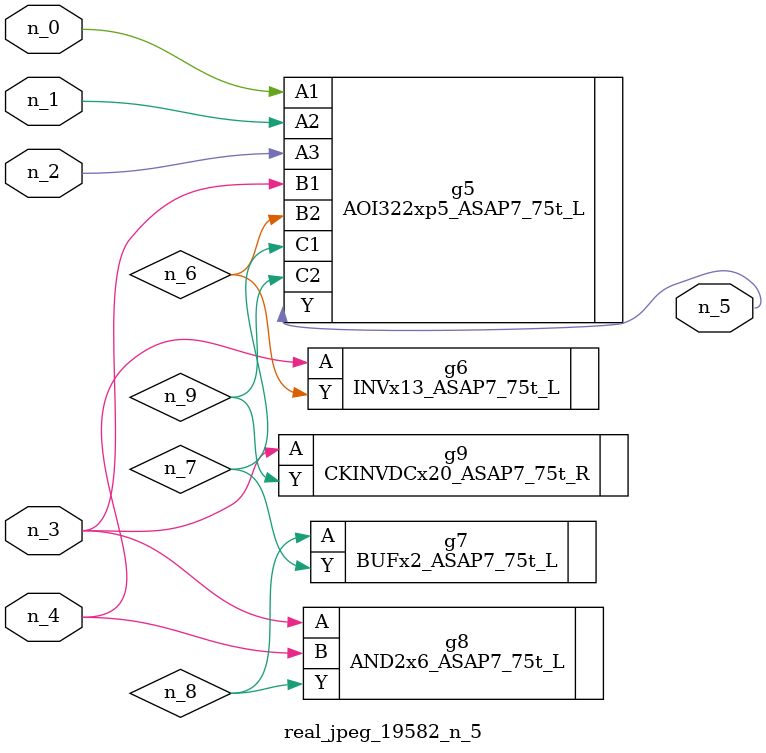
<source format=v>
module real_jpeg_19582_n_5 (n_4, n_0, n_1, n_2, n_3, n_5);

input n_4;
input n_0;
input n_1;
input n_2;
input n_3;

output n_5;

wire n_8;
wire n_6;
wire n_7;
wire n_9;

AOI322xp5_ASAP7_75t_L g5 ( 
.A1(n_0),
.A2(n_1),
.A3(n_2),
.B1(n_3),
.B2(n_6),
.C1(n_7),
.C2(n_9),
.Y(n_5)
);

AND2x6_ASAP7_75t_L g8 ( 
.A(n_3),
.B(n_4),
.Y(n_8)
);

CKINVDCx20_ASAP7_75t_R g9 ( 
.A(n_3),
.Y(n_9)
);

INVx13_ASAP7_75t_L g6 ( 
.A(n_4),
.Y(n_6)
);

BUFx2_ASAP7_75t_L g7 ( 
.A(n_8),
.Y(n_7)
);


endmodule
</source>
